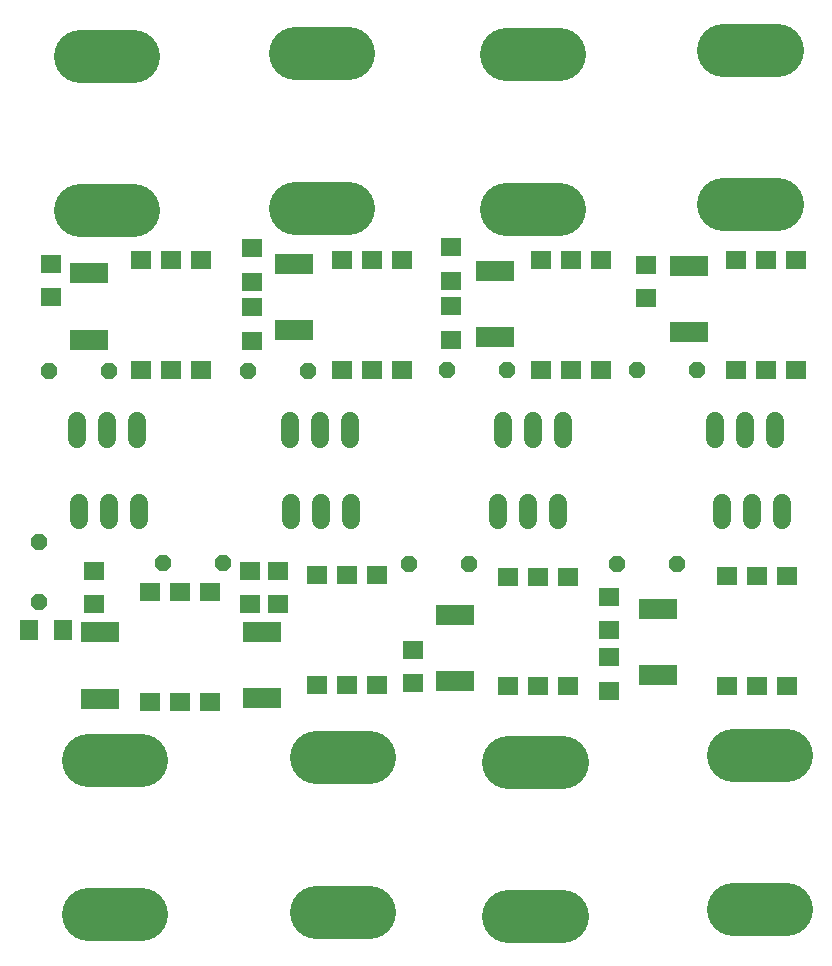
<source format=gts>
G75*
G70*
%OFA0B0*%
%FSLAX24Y24*%
%IPPOS*%
%LPD*%
%AMOC8*
5,1,8,0,0,1.08239X$1,22.5*
%
%ADD10R,0.0701X0.0598*%
%ADD11C,0.0594*%
%ADD12OC8,0.0520*%
%ADD13R,0.1260X0.0709*%
%ADD14R,0.0710X0.0630*%
%ADD15R,0.0630X0.0710*%
%ADD16C,0.1772*%
D10*
X005233Y009749D03*
X006233Y009749D03*
X007233Y009749D03*
X007233Y013406D03*
X006233Y013406D03*
X005233Y013406D03*
X010773Y013958D03*
X011773Y013958D03*
X012773Y013958D03*
X012773Y010300D03*
X011773Y010300D03*
X010773Y010300D03*
X017139Y010261D03*
X018139Y010261D03*
X019139Y010261D03*
X019139Y013918D03*
X018139Y013918D03*
X017139Y013918D03*
X018261Y020808D03*
X019261Y020808D03*
X020261Y020808D03*
X020261Y024466D03*
X019261Y024466D03*
X018261Y024466D03*
X013635Y024466D03*
X012635Y024466D03*
X011635Y024466D03*
X011635Y020808D03*
X012635Y020808D03*
X013635Y020808D03*
X006930Y020808D03*
X005930Y020808D03*
X004930Y020808D03*
X004930Y024466D03*
X005930Y024466D03*
X006930Y024466D03*
X024469Y013930D03*
X025469Y013930D03*
X026469Y013930D03*
X026469Y010273D03*
X025469Y010273D03*
X024469Y010273D03*
X024769Y020808D03*
X025769Y020808D03*
X026769Y020808D03*
X026769Y024466D03*
X025769Y024466D03*
X024769Y024466D03*
D11*
X025064Y019103D02*
X025064Y018509D01*
X026064Y018509D02*
X026064Y019103D01*
X024064Y019103D02*
X024064Y018509D01*
X024300Y016386D02*
X024300Y015793D01*
X025300Y015793D02*
X025300Y016386D01*
X026300Y016386D02*
X026300Y015793D01*
X018820Y015793D02*
X018820Y016386D01*
X017820Y016386D02*
X017820Y015793D01*
X016820Y015793D02*
X016820Y016386D01*
X016977Y018509D02*
X016977Y019103D01*
X017977Y019103D02*
X017977Y018509D01*
X018977Y018509D02*
X018977Y019103D01*
X011891Y019103D02*
X011891Y018509D01*
X010891Y018509D02*
X010891Y019103D01*
X009891Y019103D02*
X009891Y018509D01*
X009930Y016386D02*
X009930Y015793D01*
X010930Y015793D02*
X010930Y016386D01*
X011930Y016386D02*
X011930Y015793D01*
X004843Y015793D02*
X004843Y016386D01*
X003843Y016386D02*
X003843Y015793D01*
X002843Y015793D02*
X002843Y016386D01*
X002804Y018509D02*
X002804Y019103D01*
X003804Y019103D02*
X003804Y018509D01*
X004804Y018509D02*
X004804Y019103D01*
D12*
X003855Y020759D03*
X001855Y020759D03*
X001517Y015086D03*
X001517Y013086D03*
X005658Y014373D03*
X007658Y014373D03*
X008473Y020759D03*
X010473Y020759D03*
X015135Y020798D03*
X017135Y020798D03*
X021469Y020798D03*
X023469Y020798D03*
X022773Y014342D03*
X020773Y014342D03*
X015840Y014342D03*
X013840Y014342D03*
D13*
X015379Y012645D03*
X015379Y010440D03*
X008950Y009873D03*
X008950Y012078D03*
X003568Y012054D03*
X003568Y009849D03*
X003174Y021818D03*
X003174Y024023D03*
X010025Y024338D03*
X010025Y022133D03*
X016717Y021897D03*
X016717Y024101D03*
X023174Y024259D03*
X023174Y022054D03*
X022151Y012842D03*
X022151Y010637D03*
D14*
X020536Y010116D03*
X020536Y011236D03*
X020536Y012124D03*
X020536Y013244D03*
X014001Y011472D03*
X014001Y010353D03*
X009473Y012990D03*
X008568Y012990D03*
X008568Y014110D03*
X009473Y014110D03*
X003371Y014110D03*
X003371Y012990D03*
X008607Y021770D03*
X008607Y022890D03*
X008607Y023738D03*
X008607Y024858D03*
X015261Y024897D03*
X015261Y023778D03*
X015261Y022929D03*
X015261Y021809D03*
X021757Y023187D03*
X021757Y024307D03*
X001914Y024346D03*
X001914Y023227D03*
D15*
X002317Y012133D03*
X001197Y012133D03*
D16*
X003154Y002668D02*
X004926Y002668D01*
X004926Y007818D02*
X003154Y007818D01*
X010753Y007897D02*
X012525Y007897D01*
X012525Y002747D02*
X010753Y002747D01*
X017170Y002589D02*
X018942Y002589D01*
X018942Y007739D02*
X017170Y007739D01*
X024651Y007976D02*
X026422Y007976D01*
X026422Y002826D02*
X024651Y002826D01*
X018863Y026172D02*
X017091Y026172D01*
X017091Y031322D02*
X018863Y031322D01*
X024336Y031480D02*
X026107Y031480D01*
X026107Y026330D02*
X024336Y026330D01*
X011816Y026211D02*
X010044Y026211D01*
X010044Y031361D02*
X011816Y031361D01*
X004651Y031283D02*
X002879Y031283D01*
X002879Y026133D02*
X004651Y026133D01*
M02*

</source>
